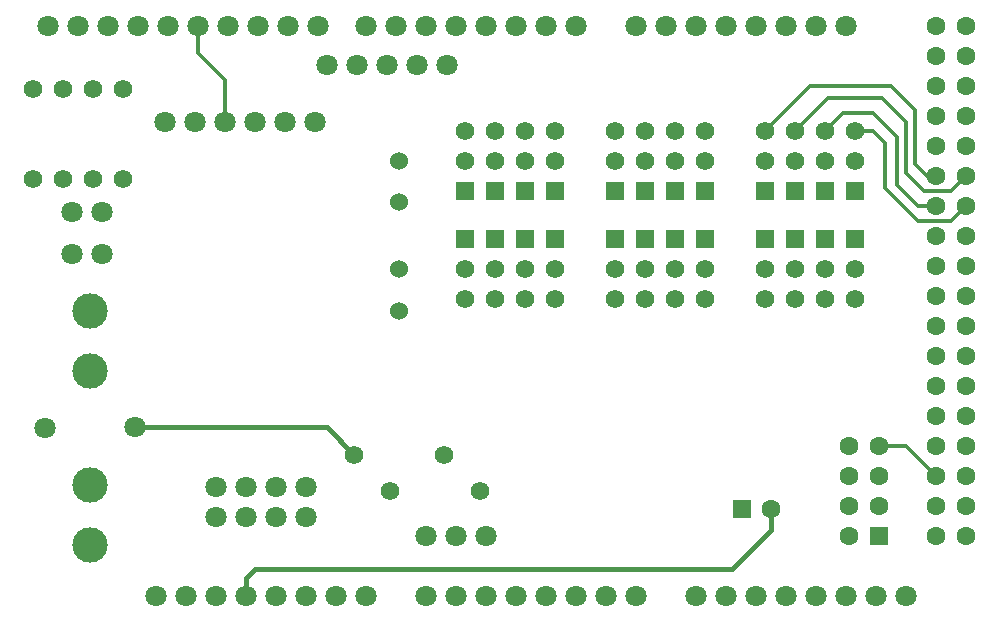
<source format=gbl>
G04 ---------------------------- Layer name :BOTTOM LAYER*
G04 EasyEDA v5.8.22, Tue, 11 Dec 2018 14:51:01 GMT*
G04 de901bc14a8a460da8383181b7853920*
G04 Gerber Generator version 0.2*
G04 Scale: 100 percent, Rotated: No, Reflected: No *
G04 Dimensions in millimeters *
G04 leading zeros omitted , absolute positions ,3 integer and 3 decimal *
%FSLAX33Y33*%
%MOMM*%
G90*
G71D02*

%ADD11C,0.299999*%
%ADD12C,0.399999*%
%ADD16C,1.524000*%
%ADD17C,1.799996*%
%ADD18C,1.599997*%
%ADD19R,1.599997X1.599997*%
%ADD20C,2.999994*%
%ADD21C,1.569999*%
%ADD22R,1.569999X1.569999*%

%LPD*%
G54D11*
G01X73914Y15240D02*
G01X76200Y15240D01*
G01X78740Y12700D01*
G01X78740Y38100D02*
G01X77978Y38100D01*
G01X76962Y39116D01*
G01X76962Y43688D01*
G01X74930Y45720D01*
G01X68072Y45720D01*
G01X64262Y41910D01*
G01X81280Y38100D02*
G01X80010Y36830D01*
G01X77724Y36830D01*
G01X76200Y38354D01*
G01X76200Y42672D01*
G01X74168Y44704D01*
G01X69596Y44704D01*
G01X66802Y41910D01*
G01X78740Y35560D02*
G01X77216Y35560D01*
G01X75438Y37338D01*
G01X75438Y41402D01*
G01X73406Y43434D01*
G01X70866Y43434D01*
G01X69342Y41910D01*
G01X71882Y41910D02*
G01X73406Y41910D01*
G01X74422Y40894D01*
G01X74422Y37084D01*
G01X77216Y34290D01*
G01X80010Y34290D01*
G01X81280Y35560D01*
G54D12*
G01X20320Y2540D02*
G01X20320Y4064D01*
G01X21082Y4826D01*
G01X61468Y4826D01*
G01X64770Y8128D01*
G01X64770Y9906D01*
G01X10922Y16809D02*
G01X27132Y16809D01*
G01X29464Y14478D01*
G54D11*
G01X16256Y50800D02*
G01X16256Y48514D01*
G01X18542Y46228D01*
G01X18542Y42672D01*
G54D16*
G01X33274Y39370D03*
G01X33274Y35852D03*
G54D17*
G01X13462Y42672D03*
G01X16002Y42672D03*
G01X18542Y42672D03*
G01X21082Y42672D03*
G01X23622Y42672D03*
G01X26162Y42672D03*
G01X8636Y50800D03*
G01X6096Y50800D03*
G01X60960Y2540D03*
G01X63500Y2540D03*
G01X66040Y2540D03*
G01X68580Y2540D03*
G01X71120Y2540D03*
G01X73660Y2540D03*
G01X76200Y2540D03*
G01X58420Y2540D03*
G01X55880Y50800D03*
G01X58420Y50800D03*
G01X60960Y50800D03*
G01X63500Y50800D03*
G01X66040Y50800D03*
G01X68580Y50800D03*
G01X71120Y50800D03*
G01X53340Y50800D03*
G01X38100Y2540D03*
G01X40640Y2540D03*
G01X43180Y2540D03*
G01X45720Y2540D03*
G01X48260Y2540D03*
G01X50800Y2540D03*
G01X53340Y2540D03*
G01X35560Y2540D03*
G01X33020Y50800D03*
G01X35560Y50800D03*
G01X38100Y50800D03*
G01X40640Y50800D03*
G01X43180Y50800D03*
G01X45720Y50800D03*
G01X48260Y50800D03*
G01X30480Y50800D03*
G01X11176Y50800D03*
G01X13716Y50800D03*
G01X16256Y50800D03*
G01X18796Y50800D03*
G01X21336Y50800D03*
G01X23876Y50800D03*
G01X26416Y50800D03*
G54D18*
G01X81280Y30480D03*
G01X78740Y30480D03*
G01X81280Y33020D03*
G01X78740Y33020D03*
G01X81280Y35560D03*
G01X78740Y35560D03*
G01X81280Y38100D03*
G01X78740Y38100D03*
G01X81280Y40640D03*
G01X78740Y40640D03*
G01X81280Y43180D03*
G01X78740Y43180D03*
G01X81280Y45720D03*
G01X78740Y45720D03*
G01X81280Y48260D03*
G01X78740Y48260D03*
G01X81280Y10160D03*
G01X78740Y10160D03*
G01X81280Y12700D03*
G01X78740Y12700D03*
G01X81280Y15240D03*
G01X78740Y15240D03*
G01X81280Y17780D03*
G01X78740Y17780D03*
G01X81280Y20320D03*
G01X78740Y20320D03*
G01X81280Y22860D03*
G01X78740Y22860D03*
G01X81280Y25400D03*
G01X78740Y25400D03*
G01X81280Y27940D03*
G01X78740Y27940D03*
G01X78740Y7620D03*
G01X81280Y7620D03*
G01X78740Y50800D03*
G01X81280Y50800D03*
G54D17*
G01X17780Y2540D03*
G01X20320Y2540D03*
G01X22860Y2540D03*
G01X25400Y2540D03*
G01X27940Y2540D03*
G01X30480Y2540D03*
G01X15240Y2540D03*
G01X12700Y2540D03*
G01X3556Y50800D03*
G54D19*
G01X73914Y7620D03*
G54D18*
G01X71374Y7620D03*
G01X73914Y10160D03*
G01X71374Y10160D03*
G01X73914Y12700D03*
G01X71374Y12700D03*
G01X73914Y15240D03*
G01X71374Y15240D03*
G54D20*
G01X7112Y6858D03*
G01X7112Y11938D03*
G01X7112Y21590D03*
G01X7112Y26670D03*
G54D21*
G01X7366Y37846D03*
G01X7366Y45466D03*
G01X32512Y11430D03*
G01X40132Y11430D03*
G01X29464Y14478D03*
G01X37084Y14478D03*
G01X9906Y45466D03*
G01X9906Y37846D03*
G54D16*
G01X33274Y26670D03*
G01X33274Y30187D03*
G54D21*
G01X2286Y45466D03*
G01X2286Y37846D03*
G54D18*
G01X64770Y9906D03*
G54D19*
G01X62270Y9906D03*
G54D21*
G01X4826Y37846D03*
G01X4826Y45466D03*
G01X38862Y41910D03*
G01X38862Y39370D03*
G54D22*
G01X38862Y36830D03*
G54D21*
G01X41402Y41910D03*
G01X41402Y39370D03*
G54D22*
G01X41402Y36830D03*
G54D21*
G01X43942Y41910D03*
G01X43942Y39370D03*
G54D22*
G01X43942Y36830D03*
G54D21*
G01X46482Y41910D03*
G01X46482Y39370D03*
G54D22*
G01X46482Y36830D03*
G54D21*
G01X51562Y41910D03*
G01X51562Y39370D03*
G54D22*
G01X51562Y36830D03*
G54D21*
G01X54102Y41910D03*
G01X54102Y39370D03*
G54D22*
G01X54102Y36830D03*
G54D21*
G01X56642Y41910D03*
G01X56642Y39370D03*
G54D22*
G01X56642Y36830D03*
G54D21*
G01X59182Y41910D03*
G01X59182Y39370D03*
G54D22*
G01X59182Y36830D03*
G54D21*
G01X64262Y41910D03*
G01X64262Y39370D03*
G54D22*
G01X64262Y36830D03*
G54D21*
G01X66802Y41910D03*
G01X66802Y39370D03*
G54D22*
G01X66802Y36830D03*
G54D21*
G01X69342Y41910D03*
G01X69342Y39370D03*
G54D22*
G01X69342Y36830D03*
G54D21*
G01X71882Y41910D03*
G01X71882Y39370D03*
G54D22*
G01X71882Y36830D03*
G54D21*
G01X71882Y27686D03*
G01X71882Y30226D03*
G54D22*
G01X71882Y32766D03*
G54D21*
G01X69342Y27686D03*
G01X69342Y30226D03*
G54D22*
G01X69342Y32766D03*
G54D21*
G01X66802Y27686D03*
G01X66802Y30226D03*
G54D22*
G01X66802Y32766D03*
G54D21*
G01X64262Y27686D03*
G01X64262Y30226D03*
G54D22*
G01X64262Y32766D03*
G54D21*
G01X59182Y27686D03*
G01X59182Y30226D03*
G54D22*
G01X59182Y32766D03*
G54D21*
G01X56642Y27686D03*
G01X56642Y30226D03*
G54D22*
G01X56642Y32766D03*
G54D21*
G01X54102Y27686D03*
G01X54102Y30226D03*
G54D22*
G01X54102Y32766D03*
G54D21*
G01X51562Y27686D03*
G01X51562Y30226D03*
G54D22*
G01X51562Y32766D03*
G54D21*
G01X46482Y27686D03*
G01X46482Y30226D03*
G54D22*
G01X46482Y32766D03*
G54D21*
G01X43942Y27686D03*
G01X43942Y30226D03*
G54D22*
G01X43942Y32766D03*
G54D21*
G01X41402Y27686D03*
G01X41402Y30226D03*
G54D22*
G01X41402Y32766D03*
G54D21*
G01X38862Y27686D03*
G01X38862Y30226D03*
G54D22*
G01X38862Y32766D03*
G54D17*
G01X25400Y9235D03*
G01X22860Y9235D03*
G01X20320Y9235D03*
G01X17780Y9235D03*
G01X25400Y11775D03*
G01X22860Y11775D03*
G01X20320Y11775D03*
G01X17780Y11775D03*
G01X40640Y7620D03*
G01X38100Y7620D03*
G01X35560Y7620D03*
G01X37338Y47498D03*
G01X34798Y47498D03*
G01X32258Y47498D03*
G01X29718Y47498D03*
G01X27178Y47498D03*
G01X10922Y16809D03*
G01X5588Y35052D03*
G01X8128Y35052D03*
G01X3302Y16764D03*
G01X8128Y31496D03*
G01X5588Y31496D03*
M00*
M02*

</source>
